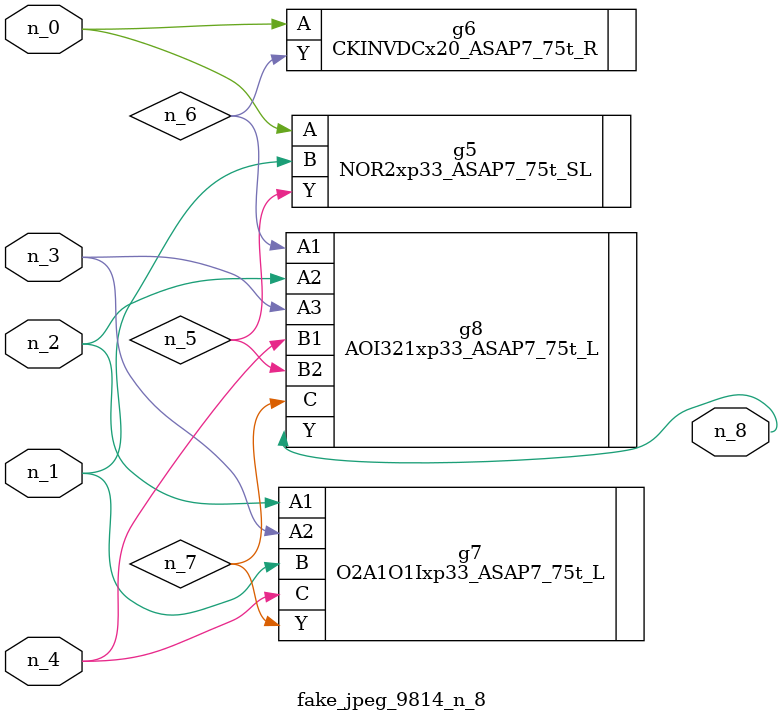
<source format=v>
module fake_jpeg_9814_n_8 (n_3, n_2, n_1, n_0, n_4, n_8);

input n_3;
input n_2;
input n_1;
input n_0;
input n_4;

output n_8;

wire n_6;
wire n_5;
wire n_7;

NOR2xp33_ASAP7_75t_SL g5 ( 
.A(n_0),
.B(n_1),
.Y(n_5)
);

CKINVDCx20_ASAP7_75t_R g6 ( 
.A(n_0),
.Y(n_6)
);

O2A1O1Ixp33_ASAP7_75t_L g7 ( 
.A1(n_2),
.A2(n_3),
.B(n_1),
.C(n_4),
.Y(n_7)
);

AOI321xp33_ASAP7_75t_L g8 ( 
.A1(n_6),
.A2(n_2),
.A3(n_3),
.B1(n_4),
.B2(n_5),
.C(n_7),
.Y(n_8)
);


endmodule
</source>
